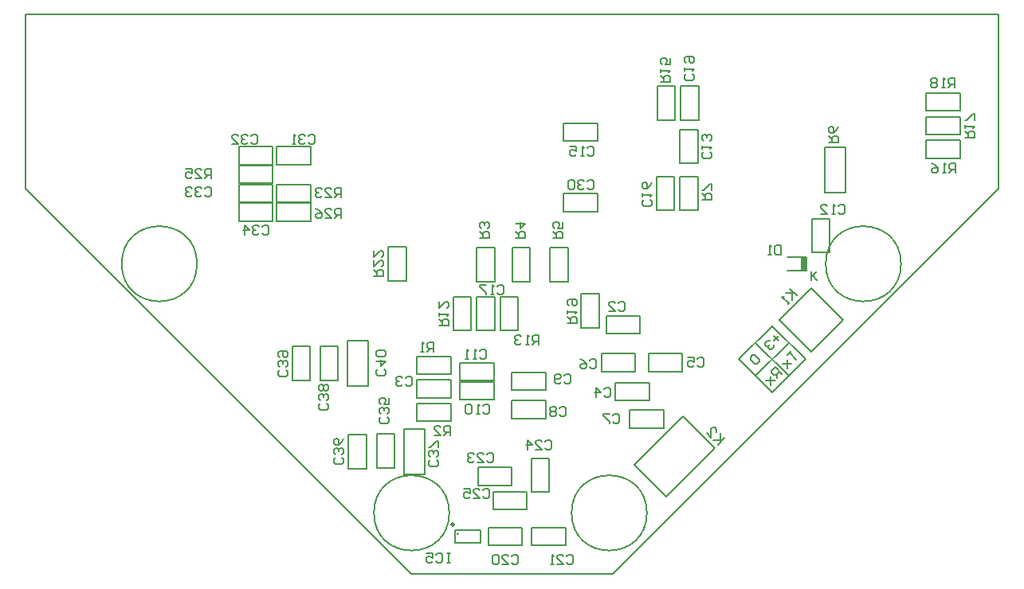
<source format=gbo>
%FSLAX44Y44*%
%MOMM*%
G71*
G01*
G75*
G04 Layer_Color=32896*
%ADD10R,1.3000X1.5000*%
%ADD11O,0.6000X1.5000*%
%ADD12R,2.8000X2.1000*%
%ADD13R,2.0000X0.6100*%
G04:AMPARAMS|DCode=14|XSize=1.145mm|YSize=0.55mm|CornerRadius=0.1375mm|HoleSize=0mm|Usage=FLASHONLY|Rotation=270.000|XOffset=0mm|YOffset=0mm|HoleType=Round|Shape=RoundedRectangle|*
%AMROUNDEDRECTD14*
21,1,1.1450,0.2750,0,0,270.0*
21,1,0.8700,0.5500,0,0,270.0*
1,1,0.2750,-0.1375,-0.4350*
1,1,0.2750,-0.1375,0.4350*
1,1,0.2750,0.1375,0.4350*
1,1,0.2750,0.1375,-0.4350*
%
%ADD14ROUNDEDRECTD14*%
G04:AMPARAMS|DCode=15|XSize=1.145mm|YSize=0.55mm|CornerRadius=0.1375mm|HoleSize=0mm|Usage=FLASHONLY|Rotation=0.000|XOffset=0mm|YOffset=0mm|HoleType=Round|Shape=RoundedRectangle|*
%AMROUNDEDRECTD15*
21,1,1.1450,0.2750,0,0,0.0*
21,1,0.8700,0.5500,0,0,0.0*
1,1,0.2750,0.4350,-0.1375*
1,1,0.2750,-0.4350,-0.1375*
1,1,0.2750,-0.4350,0.1375*
1,1,0.2750,0.4350,0.1375*
%
%ADD15ROUNDEDRECTD15*%
G04:AMPARAMS|DCode=16|XSize=0.3mm|YSize=0.75mm|CornerRadius=0.075mm|HoleSize=0mm|Usage=FLASHONLY|Rotation=90.000|XOffset=0mm|YOffset=0mm|HoleType=Round|Shape=RoundedRectangle|*
%AMROUNDEDRECTD16*
21,1,0.3000,0.6000,0,0,90.0*
21,1,0.1500,0.7500,0,0,90.0*
1,1,0.1500,0.3000,0.0750*
1,1,0.1500,0.3000,-0.0750*
1,1,0.1500,-0.3000,-0.0750*
1,1,0.1500,-0.3000,0.0750*
%
%ADD16ROUNDEDRECTD16*%
G04:AMPARAMS|DCode=17|XSize=0.3mm|YSize=0.75mm|CornerRadius=0.075mm|HoleSize=0mm|Usage=FLASHONLY|Rotation=0.000|XOffset=0mm|YOffset=0mm|HoleType=Round|Shape=RoundedRectangle|*
%AMROUNDEDRECTD17*
21,1,0.3000,0.6000,0,0,0.0*
21,1,0.1500,0.7500,0,0,0.0*
1,1,0.1500,0.0750,-0.3000*
1,1,0.1500,-0.0750,-0.3000*
1,1,0.1500,-0.0750,0.3000*
1,1,0.1500,0.0750,0.3000*
%
%ADD17ROUNDEDRECTD17*%
%ADD18R,0.6000X1.0500*%
%ADD19R,1.4000X0.2800*%
%ADD20O,0.4000X2.1500*%
%ADD21O,0.4000X2.1500*%
%ADD22R,3.2000X1.8000*%
%ADD23R,1.8000X1.6000*%
%ADD24R,1.5000X1.3000*%
%ADD25R,7.0000X4.0000*%
%ADD26R,2.8000X3.8000*%
%ADD27R,1.2000X0.7000*%
%ADD28R,2.6000X2.4000*%
%ADD29R,2.2000X2.0000*%
%ADD30R,1.6000X1.8000*%
%ADD31R,4.2400X3.8100*%
%ADD32R,4.2400X3.0000*%
%ADD33O,2.0000X0.4600*%
%ADD34R,6.4000X10.0000*%
%ADD35R,3.4000X3.1000*%
%ADD36R,1.5000X1.5000*%
%ADD37C,0.4000*%
%ADD38C,0.2000*%
%ADD39C,0.5080*%
%ADD40C,0.3000*%
%ADD41C,0.5000*%
%ADD42C,0.3810*%
%ADD43C,1.0000*%
%ADD44C,0.2794*%
%ADD45C,0.3556*%
%ADD46C,2.0000*%
%ADD47C,0.4572*%
%ADD48C,1.5000*%
%ADD49C,0.1778*%
%ADD50P,2.2627X4X270.0*%
%ADD51C,1.6000*%
%ADD52C,1.0000*%
G04:AMPARAMS|DCode=53|XSize=2.5mm|YSize=2mm|CornerRadius=0mm|HoleSize=0mm|Usage=FLASHONLY|Rotation=0.000|XOffset=0mm|YOffset=0mm|HoleType=Round|Shape=Octagon|*
%AMOCTAGOND53*
4,1,8,1.2500,-0.5000,1.2500,0.5000,0.7500,1.0000,-0.7500,1.0000,-1.2500,0.5000,-1.2500,-0.5000,-0.7500,-1.0000,0.7500,-1.0000,1.2500,-0.5000,0.0*
%
%ADD53OCTAGOND53*%

G04:AMPARAMS|DCode=54|XSize=2.5mm|YSize=2mm|CornerRadius=0mm|HoleSize=0mm|Usage=FLASHONLY|Rotation=270.000|XOffset=0mm|YOffset=0mm|HoleType=Round|Shape=Octagon|*
%AMOCTAGOND54*
4,1,8,-0.5000,-1.2500,0.5000,-1.2500,1.0000,-0.7500,1.0000,0.7500,0.5000,1.2500,-0.5000,1.2500,-1.0000,0.7500,-1.0000,-0.7500,-0.5000,-1.2500,0.0*
%
%ADD54OCTAGOND54*%

%ADD55C,2.0000*%
%ADD56R,2.0000X2.0000*%
%ADD57C,0.6000*%
%ADD58C,0.7500*%
%ADD59R,0.5500X1.0000*%
%ADD60C,0.2500*%
%ADD61C,0.0208*%
%ADD62C,0.1000*%
%ADD63C,0.1524*%
%ADD64C,0.1200*%
%ADD65C,0.2200*%
%ADD66C,0.2800*%
%ADD67R,0.5500X1.4000*%
%ADD68R,1.4500X1.6500*%
%ADD69O,0.7500X1.6500*%
%ADD70R,2.9500X2.2500*%
%ADD71R,2.1500X0.7600*%
G04:AMPARAMS|DCode=72|XSize=1.295mm|YSize=0.7mm|CornerRadius=0.2125mm|HoleSize=0mm|Usage=FLASHONLY|Rotation=270.000|XOffset=0mm|YOffset=0mm|HoleType=Round|Shape=RoundedRectangle|*
%AMROUNDEDRECTD72*
21,1,1.2950,0.2750,0,0,270.0*
21,1,0.8700,0.7000,0,0,270.0*
1,1,0.4250,-0.1375,-0.4350*
1,1,0.4250,-0.1375,0.4350*
1,1,0.4250,0.1375,0.4350*
1,1,0.4250,0.1375,-0.4350*
%
%ADD72ROUNDEDRECTD72*%
G04:AMPARAMS|DCode=73|XSize=1.295mm|YSize=0.7mm|CornerRadius=0.2125mm|HoleSize=0mm|Usage=FLASHONLY|Rotation=0.000|XOffset=0mm|YOffset=0mm|HoleType=Round|Shape=RoundedRectangle|*
%AMROUNDEDRECTD73*
21,1,1.2950,0.2750,0,0,0.0*
21,1,0.8700,0.7000,0,0,0.0*
1,1,0.4250,0.4350,-0.1375*
1,1,0.4250,-0.4350,-0.1375*
1,1,0.4250,-0.4350,0.1375*
1,1,0.4250,0.4350,0.1375*
%
%ADD73ROUNDEDRECTD73*%
G04:AMPARAMS|DCode=74|XSize=0.45mm|YSize=0.9mm|CornerRadius=0.15mm|HoleSize=0mm|Usage=FLASHONLY|Rotation=90.000|XOffset=0mm|YOffset=0mm|HoleType=Round|Shape=RoundedRectangle|*
%AMROUNDEDRECTD74*
21,1,0.4500,0.6000,0,0,90.0*
21,1,0.1500,0.9000,0,0,90.0*
1,1,0.3000,0.3000,0.0750*
1,1,0.3000,0.3000,-0.0750*
1,1,0.3000,-0.3000,-0.0750*
1,1,0.3000,-0.3000,0.0750*
%
%ADD74ROUNDEDRECTD74*%
G04:AMPARAMS|DCode=75|XSize=0.45mm|YSize=0.9mm|CornerRadius=0.15mm|HoleSize=0mm|Usage=FLASHONLY|Rotation=0.000|XOffset=0mm|YOffset=0mm|HoleType=Round|Shape=RoundedRectangle|*
%AMROUNDEDRECTD75*
21,1,0.4500,0.6000,0,0,0.0*
21,1,0.1500,0.9000,0,0,0.0*
1,1,0.3000,0.0750,-0.3000*
1,1,0.3000,-0.0750,-0.3000*
1,1,0.3000,-0.0750,0.3000*
1,1,0.3000,0.0750,0.3000*
%
%ADD75ROUNDEDRECTD75*%
%ADD76R,0.7500X1.2000*%
%ADD77R,1.5500X0.4300*%
%ADD78O,0.5500X2.3000*%
%ADD79O,0.5500X2.3000*%
%ADD80R,3.3500X1.9500*%
%ADD81R,1.9500X1.7500*%
%ADD82R,1.6500X1.4500*%
%ADD83R,7.1500X4.1500*%
%ADD84R,2.9500X3.9500*%
%ADD85R,1.3500X0.8500*%
%ADD86R,2.7500X2.5500*%
%ADD87R,2.3500X2.1500*%
%ADD88R,1.7500X1.9500*%
%ADD89R,4.3900X3.9600*%
%ADD90R,4.3900X3.1500*%
%ADD91O,2.1500X0.6100*%
%ADD92R,6.5500X10.1500*%
%ADD93R,3.5500X3.2500*%
%ADD94R,1.6500X1.6500*%
%ADD95P,2.4749X4X270.0*%
%ADD96C,1.7500*%
%ADD97C,1.1500*%
G04:AMPARAMS|DCode=98|XSize=2.65mm|YSize=2.15mm|CornerRadius=0mm|HoleSize=0mm|Usage=FLASHONLY|Rotation=0.000|XOffset=0mm|YOffset=0mm|HoleType=Round|Shape=Octagon|*
%AMOCTAGOND98*
4,1,8,1.3250,-0.5375,1.3250,0.5375,0.7875,1.0750,-0.7875,1.0750,-1.3250,0.5375,-1.3250,-0.5375,-0.7875,-1.0750,0.7875,-1.0750,1.3250,-0.5375,0.0*
%
%ADD98OCTAGOND98*%

G04:AMPARAMS|DCode=99|XSize=2.65mm|YSize=2.15mm|CornerRadius=0mm|HoleSize=0mm|Usage=FLASHONLY|Rotation=270.000|XOffset=0mm|YOffset=0mm|HoleType=Round|Shape=Octagon|*
%AMOCTAGOND99*
4,1,8,-0.5375,-1.3250,0.5375,-1.3250,1.0750,-0.7875,1.0750,0.7875,0.5375,1.3250,-0.5375,1.3250,-1.0750,0.7875,-1.0750,-0.7875,-0.5375,-1.3250,0.0*
%
%ADD99OCTAGOND99*%

%ADD100C,2.1500*%
%ADD101R,2.1500X2.1500*%
%ADD102C,0.1500*%
%ADD103R,0.7000X1.1500*%
D38*
X1120370Y440000D02*
G03*
X1120370Y440000I-40000J0D01*
G01*
X372370D02*
G03*
X372370Y440000I-40000J0D01*
G01*
X640370Y175000D02*
G03*
X640370Y175000I-40000J0D01*
G01*
X850370D02*
G03*
X850370Y175000I-40000J0D01*
G01*
X837220Y226161D02*
X888839Y277780D01*
X837220Y226161D02*
X871161Y192220D01*
X922780Y243839D01*
X888839Y277780D02*
X922780Y243839D01*
X991059Y380000D02*
X1025000Y413941D01*
X991059Y380000D02*
X1025000Y346059D01*
X1058941Y380000D01*
X1025000Y413941D02*
X1058941Y380000D01*
X999500Y433000D02*
X1019500D01*
X999500Y447000D02*
X1019500D01*
Y433000D02*
Y447000D01*
X798000Y495500D02*
Y514500D01*
X762000Y495500D02*
Y514500D01*
X798000D01*
X762000Y495500D02*
X798000D01*
Y570500D02*
Y589500D01*
X762000Y570500D02*
Y589500D01*
X798000D01*
X762000Y570500D02*
X798000D01*
X642000Y272500D02*
Y291500D01*
X606000Y272500D02*
Y291500D01*
X642000D01*
X606000Y272500D02*
X642000D01*
Y322500D02*
Y341500D01*
X606000Y322500D02*
Y341500D01*
X642000D01*
X606000Y322500D02*
X642000D01*
X694500Y405000D02*
X713500D01*
X694500Y369000D02*
X713500D01*
X694500D02*
Y405000D01*
X713500Y369000D02*
Y405000D01*
X780500Y372000D02*
X799500D01*
X780500Y408000D02*
X799500D01*
Y372000D02*
Y408000D01*
X780500Y372000D02*
Y408000D01*
X885500Y497000D02*
X904500D01*
X885500Y533000D02*
X904500D01*
Y497000D02*
Y533000D01*
X885500Y497000D02*
Y533000D01*
X644500Y405000D02*
X663500D01*
X644500Y369000D02*
X663500D01*
X644500D02*
Y405000D01*
X663500Y369000D02*
Y405000D01*
X802000Y344500D02*
X838000D01*
X802000Y325500D02*
X838000D01*
Y344500D01*
X802000Y325500D02*
Y344500D01*
X852000D02*
X888000D01*
X852000Y325500D02*
X888000D01*
Y344500D01*
X852000Y325500D02*
Y344500D01*
X843000Y365500D02*
Y384500D01*
X807000Y365500D02*
Y384500D01*
X843000D01*
X807000Y365500D02*
X843000D01*
X817000Y294500D02*
X853000D01*
X817000Y313500D02*
X853000D01*
X817000Y294500D02*
Y313500D01*
X853000Y294500D02*
Y313500D01*
X832000Y265500D02*
X868000D01*
X832000Y284500D02*
X868000D01*
X832000Y265500D02*
Y284500D01*
X868000Y265500D02*
Y284500D01*
X652000Y315500D02*
X688000D01*
X652000Y334500D02*
X688000D01*
X652000Y315500D02*
Y334500D01*
X688000Y315500D02*
Y334500D01*
Y295500D02*
Y314500D01*
X652000Y295500D02*
Y314500D01*
X688000D01*
X652000Y295500D02*
X688000D01*
X707000Y305500D02*
Y324500D01*
X743000Y305500D02*
Y324500D01*
X707000Y305500D02*
X743000D01*
X707000Y324500D02*
X743000D01*
X707000Y275500D02*
Y294500D01*
X743000Y275500D02*
Y294500D01*
X707000Y275500D02*
X743000D01*
X707000Y294500D02*
X743000D01*
X606000Y297500D02*
X642000D01*
X606000Y316500D02*
X642000D01*
X606000Y297500D02*
Y316500D01*
X642000Y297500D02*
Y316500D01*
X669500Y369000D02*
X688500D01*
X669500Y405000D02*
X688500D01*
Y369000D02*
Y405000D01*
X669500Y369000D02*
Y405000D01*
X860500Y497000D02*
Y533000D01*
X879500Y497000D02*
Y533000D01*
X860500D02*
X879500D01*
X860500Y497000D02*
X879500D01*
X646500Y143500D02*
Y156500D01*
X673500D01*
Y143500D02*
Y156500D01*
X673500Y143500D02*
X673500Y143500D01*
X646500Y143500D02*
X673500D01*
X575500Y422000D02*
X594500D01*
X575500Y458000D02*
X594500D01*
Y422000D02*
Y458000D01*
X575500Y422000D02*
Y458000D01*
X493000Y505500D02*
Y524500D01*
X457000Y505500D02*
Y524500D01*
X493000D01*
X457000Y505500D02*
X493000D01*
X457000Y485500D02*
Y504500D01*
X493000Y485500D02*
Y504500D01*
X457000Y485500D02*
X493000D01*
X457000Y504500D02*
X493000D01*
X417000Y525500D02*
Y544500D01*
X453000Y525500D02*
Y544500D01*
X417000Y525500D02*
X453000D01*
X417000Y544500D02*
X453000D01*
X747500Y457000D02*
X766500D01*
X747500Y421000D02*
X766500D01*
X747500D02*
Y457000D01*
X766500Y421000D02*
Y457000D01*
X707500D02*
X726500D01*
X707500Y421000D02*
X726500D01*
X707500D02*
Y457000D01*
X726500Y421000D02*
Y457000D01*
X669500D02*
X688500D01*
X669500Y421000D02*
X688500D01*
X669500D02*
Y457000D01*
X688500Y421000D02*
Y457000D01*
X1183000Y602500D02*
Y621500D01*
X1147000Y602500D02*
Y621500D01*
X1183000D01*
X1147000Y602500D02*
X1183000D01*
Y577500D02*
Y596500D01*
X1147000Y577500D02*
Y596500D01*
X1183000D01*
X1147000Y577500D02*
X1183000D01*
Y552500D02*
Y571500D01*
X1147000Y552500D02*
Y571500D01*
X1183000D01*
X1147000Y552500D02*
X1183000D01*
X1061000Y516000D02*
Y564000D01*
X1039000Y516000D02*
Y564000D01*
X1061000D01*
X1039000Y516000D02*
X1061000D01*
X861500Y593000D02*
X880500D01*
X861500Y629000D02*
X880500D01*
Y593000D02*
Y629000D01*
X861500Y593000D02*
Y629000D01*
X686850Y197460D02*
X722850D01*
X686850Y178460D02*
X722850D01*
Y197460D01*
X686850Y178460D02*
Y197460D01*
X728000Y159500D02*
X764000D01*
X728000Y140500D02*
X764000D01*
Y159500D01*
X728000Y140500D02*
Y159500D01*
X727500Y197000D02*
Y233000D01*
X746500Y197000D02*
Y233000D01*
X727500D02*
X746500D01*
X727500Y197000D02*
X746500D01*
X682000Y140500D02*
X718000D01*
X682000Y159500D02*
X718000D01*
X682000Y140500D02*
Y159500D01*
X718000Y140500D02*
Y159500D01*
X671000Y223500D02*
X707000D01*
X671000Y204500D02*
X707000D01*
Y223500D01*
X671000Y204500D02*
Y223500D01*
X532000Y358000D02*
X554000D01*
X532000Y310000D02*
X554000D01*
Y358000D01*
X532000Y310000D02*
Y358000D01*
X492500Y316000D02*
Y352000D01*
X473500Y316000D02*
Y352000D01*
Y316000D02*
X492500D01*
X473500Y352000D02*
X492500D01*
X503500Y316000D02*
Y352000D01*
X522500Y316000D02*
Y352000D01*
X503500D02*
X522500D01*
X503500Y316000D02*
X522500D01*
X592000Y264000D02*
X614000D01*
X592000Y216000D02*
X614000D01*
Y264000D01*
X592000Y216000D02*
Y264000D01*
X552500Y222000D02*
Y258000D01*
X533500Y222000D02*
Y258000D01*
Y222000D02*
X552500D01*
X533500Y258000D02*
X552500D01*
X417000Y505500D02*
X453000D01*
X417000Y524500D02*
X453000D01*
X417000Y505500D02*
Y524500D01*
X453000Y505500D02*
Y524500D01*
X563500Y223000D02*
Y259000D01*
X582500Y223000D02*
Y259000D01*
X563500D02*
X582500D01*
X563500Y223000D02*
X582500D01*
X417000Y545500D02*
X453000D01*
X417000Y564500D02*
X453000D01*
X417000Y545500D02*
Y564500D01*
X453000Y545500D02*
Y564500D01*
X457000D02*
X493000D01*
X457000Y545500D02*
X493000D01*
Y564500D01*
X457000Y545500D02*
Y564500D01*
X885500Y583000D02*
X904500D01*
X885500Y547000D02*
X904500D01*
X885500D02*
Y583000D01*
X904500Y547000D02*
Y583000D01*
X1044500Y452000D02*
Y488000D01*
X1025500Y452000D02*
Y488000D01*
Y452000D02*
X1044500D01*
X1025500Y488000D02*
X1044500D01*
X886500Y629000D02*
X905500D01*
X886500Y593000D02*
X905500D01*
X886500D02*
Y629000D01*
X905500Y593000D02*
Y629000D01*
X417000Y485500D02*
Y504500D01*
X453000Y485500D02*
Y504500D01*
X417000Y485500D02*
X453000D01*
X417000Y504500D02*
X453000D01*
X966050Y320737D02*
X1001406Y356092D01*
X983728Y373770D02*
X1019083Y338414D01*
X966050Y356092D02*
X1001406Y320737D01*
X948373Y338414D02*
X983728Y373770D01*
Y303059D02*
X1019083Y338414D01*
X948373D02*
X983728Y303059D01*
X990093Y363162D02*
X985380Y358449D01*
Y363162D02*
X990093Y358449D01*
X980668D02*
X978312D01*
X975955Y356093D01*
X975956Y353737D01*
X977134Y352559D01*
X979490D01*
X980668Y353737D01*
X979490Y352559D01*
X979490Y350202D01*
X980668Y349024D01*
X983024D01*
X985380Y351381D01*
Y353737D01*
X993627Y322858D02*
X986559Y329927D01*
X983024Y326392D01*
Y324036D01*
X985380Y321680D01*
X987737D01*
X991271Y325214D01*
X988915Y322858D02*
Y318145D01*
X981846Y320502D02*
Y311077D01*
Y315789D01*
X977134D01*
X986559D01*
X1004236Y347604D02*
X999524Y342892D01*
X1001880Y345248D01*
X1008949Y338179D01*
X999524Y338179D02*
Y328754D01*
Y333467D01*
X994811D01*
X1004236D01*
X965109Y342891D02*
X962753D01*
X960397Y340534D01*
Y338178D01*
X965109Y333466D01*
X967466D01*
X969822Y335822D01*
Y338178D01*
X965109Y342891D01*
X600000Y110000D02*
X707000D01*
X814000D02*
X1224000Y520000D01*
X190000D02*
X600000Y110000D01*
X1224000Y520000D02*
Y705000D01*
X190000Y520000D02*
Y705000D01*
X1224000D01*
X707000Y110000D02*
X814000D01*
D39*
X643890Y162560D02*
G03*
X643890Y162560I0J0D01*
G01*
D49*
X933012Y254832D02*
X925830Y247650D01*
X928224Y250044D01*
X928224Y259620D01*
X928224Y252438D01*
X921042D01*
X913860Y259620D02*
X918648Y254832D01*
Y264408D01*
X919845Y265605D01*
X922239D01*
X924633Y263211D01*
Y260817D01*
X1002468Y413582D02*
X1009650Y406400D01*
X1007256Y408794D01*
X997680Y408794D01*
X1004862Y408794D01*
Y401612D01*
X1002468Y399218D02*
X1000074Y396824D01*
X1001271Y398021D01*
X994089Y405203D01*
X996483D01*
X993140Y459737D02*
Y449580D01*
X988062D01*
X986369Y451273D01*
Y458044D01*
X988062Y459737D01*
X993140D01*
X982983Y449580D02*
X979598D01*
X981291D01*
Y459737D01*
X982983Y458044D01*
X786979Y527894D02*
X788672Y529587D01*
X792057D01*
X793750Y527894D01*
Y521123D01*
X792057Y519430D01*
X788672D01*
X786979Y521123D01*
X783593Y527894D02*
X781900Y529587D01*
X778515D01*
X776822Y527894D01*
Y526201D01*
X778515Y524508D01*
X780208D01*
X778515D01*
X776822Y522816D01*
Y521123D01*
X778515Y519430D01*
X781900D01*
X783593Y521123D01*
X773437Y527894D02*
X771744Y529587D01*
X768358D01*
X766665Y527894D01*
Y521123D01*
X768358Y519430D01*
X771744D01*
X773437Y521123D01*
Y527894D01*
X786979Y563454D02*
X788672Y565147D01*
X792057D01*
X793750Y563454D01*
Y556683D01*
X792057Y554990D01*
X788672D01*
X786979Y556683D01*
X783593Y554990D02*
X780208D01*
X781900D01*
Y565147D01*
X783593Y563454D01*
X768358Y565147D02*
X775129D01*
Y560068D01*
X771744Y561761D01*
X770051D01*
X768358Y560068D01*
Y556683D01*
X770051Y554990D01*
X773437D01*
X775129Y556683D01*
X641350Y257810D02*
Y267967D01*
X636272D01*
X634579Y266274D01*
Y262888D01*
X636272Y261196D01*
X641350D01*
X637964D02*
X634579Y257810D01*
X624422D02*
X631193D01*
X624422Y264581D01*
Y266274D01*
X626115Y267967D01*
X629501D01*
X631193Y266274D01*
X623570Y346710D02*
Y356867D01*
X618492D01*
X616799Y355174D01*
Y351788D01*
X618492Y350096D01*
X623570D01*
X620184D02*
X616799Y346710D01*
X613413D02*
X610028D01*
X611721D01*
Y356867D01*
X613413Y355174D01*
X735330Y354330D02*
Y364487D01*
X730252D01*
X728559Y362794D01*
Y359408D01*
X730252Y357716D01*
X735330D01*
X731944D02*
X728559Y354330D01*
X725173D02*
X721788D01*
X723481D01*
Y364487D01*
X725173Y362794D01*
X716709D02*
X715017Y364487D01*
X711631D01*
X709938Y362794D01*
Y361101D01*
X711631Y359408D01*
X713324D01*
X711631D01*
X709938Y357716D01*
Y356023D01*
X711631Y354330D01*
X715017D01*
X716709Y356023D01*
X765810Y377190D02*
X775967D01*
Y382268D01*
X774274Y383961D01*
X770888D01*
X769196Y382268D01*
Y377190D01*
Y380576D02*
X765810Y383961D01*
Y387347D02*
Y390732D01*
Y389039D01*
X775967D01*
X774274Y387347D01*
X767503Y395811D02*
X765810Y397503D01*
Y400889D01*
X767503Y402582D01*
X774274D01*
X775967Y400889D01*
Y397503D01*
X774274Y395811D01*
X772581D01*
X770888Y397503D01*
Y402582D01*
X909320Y508000D02*
X919477D01*
Y513078D01*
X917784Y514771D01*
X914398D01*
X912706Y513078D01*
Y508000D01*
Y511386D02*
X909320Y514771D01*
X919477Y518157D02*
Y524928D01*
X917784D01*
X911013Y518157D01*
X909320D01*
X629920Y374650D02*
X640077D01*
Y379728D01*
X638384Y381421D01*
X634998D01*
X633306Y379728D01*
Y374650D01*
Y378036D02*
X629920Y381421D01*
Y384807D02*
Y388192D01*
Y386499D01*
X640077D01*
X638384Y384807D01*
X629920Y400042D02*
Y393271D01*
X636691Y400042D01*
X638384D01*
X640077Y398349D01*
Y394963D01*
X638384Y393271D01*
X789519Y337394D02*
X791212Y339087D01*
X794597D01*
X796290Y337394D01*
Y330623D01*
X794597Y328930D01*
X791212D01*
X789519Y330623D01*
X779362Y339087D02*
X782748Y337394D01*
X786133Y334008D01*
Y330623D01*
X784441Y328930D01*
X781055D01*
X779362Y330623D01*
Y332316D01*
X781055Y334008D01*
X786133D01*
X903819Y338664D02*
X905512Y340357D01*
X908897D01*
X910590Y338664D01*
Y331893D01*
X908897Y330200D01*
X905512D01*
X903819Y331893D01*
X893662Y340357D02*
X900433D01*
Y335278D01*
X897048Y336971D01*
X895355D01*
X893662Y335278D01*
Y331893D01*
X895355Y330200D01*
X898740D01*
X900433Y331893D01*
X819999Y398354D02*
X821692Y400047D01*
X825077D01*
X826770Y398354D01*
Y391583D01*
X825077Y389890D01*
X821692D01*
X819999Y391583D01*
X809842Y389890D02*
X816613D01*
X809842Y396661D01*
Y398354D01*
X811535Y400047D01*
X814921D01*
X816613Y398354D01*
X804759Y306914D02*
X806452Y308607D01*
X809837D01*
X811530Y306914D01*
Y300143D01*
X809837Y298450D01*
X806452D01*
X804759Y300143D01*
X796295Y298450D02*
Y308607D01*
X801373Y303528D01*
X794602D01*
X814229Y278464D02*
X815922Y280157D01*
X819307D01*
X821000Y278464D01*
Y271693D01*
X819307Y270000D01*
X815922D01*
X814229Y271693D01*
X810843Y280157D02*
X804072D01*
Y278464D01*
X810843Y271693D01*
Y270000D01*
X672679Y347554D02*
X674372Y349247D01*
X677757D01*
X679450Y347554D01*
Y340783D01*
X677757Y339090D01*
X674372D01*
X672679Y340783D01*
X669293Y339090D02*
X665908D01*
X667600D01*
Y349247D01*
X669293Y347554D01*
X660829Y339090D02*
X657444D01*
X659137D01*
Y349247D01*
X660829Y347554D01*
X676489Y289134D02*
X678182Y290827D01*
X681567D01*
X683260Y289134D01*
Y282363D01*
X681567Y280670D01*
X678182D01*
X676489Y282363D01*
X673103Y280670D02*
X669718D01*
X671411D01*
Y290827D01*
X673103Y289134D01*
X664639D02*
X662947Y290827D01*
X659561D01*
X657868Y289134D01*
Y282363D01*
X659561Y280670D01*
X662947D01*
X664639Y282363D01*
Y289134D01*
X762849Y320884D02*
X764542Y322577D01*
X767927D01*
X769620Y320884D01*
Y314113D01*
X767927Y312420D01*
X764542D01*
X762849Y314113D01*
X759463D02*
X757770Y312420D01*
X754385D01*
X752692Y314113D01*
Y320884D01*
X754385Y322577D01*
X757770D01*
X759463Y320884D01*
Y319191D01*
X757770Y317498D01*
X752692D01*
X757769Y286594D02*
X759462Y288287D01*
X762847D01*
X764540Y286594D01*
Y279823D01*
X762847Y278130D01*
X759462D01*
X757769Y279823D01*
X754383Y286594D02*
X752691Y288287D01*
X749305D01*
X747612Y286594D01*
Y284901D01*
X749305Y283208D01*
X747612Y281516D01*
Y279823D01*
X749305Y278130D01*
X752691D01*
X754383Y279823D01*
Y281516D01*
X752691Y283208D01*
X754383Y284901D01*
Y286594D01*
X752691Y283208D02*
X749305D01*
X593939Y318344D02*
X595632Y320037D01*
X599017D01*
X600710Y318344D01*
Y311573D01*
X599017Y309880D01*
X595632D01*
X593939Y311573D01*
X590553Y318344D02*
X588861Y320037D01*
X585475D01*
X583782Y318344D01*
Y316651D01*
X585475Y314958D01*
X587168D01*
X585475D01*
X583782Y313266D01*
Y311573D01*
X585475Y309880D01*
X588861D01*
X590553Y311573D01*
X691729Y416134D02*
X693422Y417827D01*
X696807D01*
X698500Y416134D01*
Y409363D01*
X696807Y407670D01*
X693422D01*
X691729Y409363D01*
X688343Y407670D02*
X684958D01*
X686650D01*
Y417827D01*
X688343Y416134D01*
X679879Y417827D02*
X673108D01*
Y416134D01*
X679879Y409363D01*
Y407670D01*
X854284Y508421D02*
X855977Y506728D01*
Y503343D01*
X854284Y501650D01*
X847513D01*
X845820Y503343D01*
Y506728D01*
X847513Y508421D01*
X845820Y511807D02*
Y515192D01*
Y513499D01*
X855977D01*
X854284Y511807D01*
X855977Y527042D02*
X854284Y523656D01*
X850898Y520271D01*
X847513D01*
X845820Y521963D01*
Y525349D01*
X847513Y527042D01*
X849206D01*
X850898Y525349D01*
Y520271D01*
X641350Y132077D02*
X637964D01*
X639657D01*
Y121920D01*
X641350D01*
X637964D01*
X626115Y130384D02*
X627808Y132077D01*
X631193D01*
X632886Y130384D01*
Y123613D01*
X631193Y121920D01*
X627808D01*
X626115Y123613D01*
X615958Y132077D02*
X622729D01*
Y126998D01*
X619344Y128691D01*
X617651D01*
X615958Y126998D01*
Y123613D01*
X617651Y121920D01*
X621037D01*
X622729Y123613D01*
X560070Y426720D02*
X570227D01*
Y431798D01*
X568534Y433491D01*
X565148D01*
X563456Y431798D01*
Y426720D01*
Y430106D02*
X560070Y433491D01*
Y443648D02*
Y436877D01*
X566841Y443648D01*
X568534D01*
X570227Y441955D01*
Y438569D01*
X568534Y436877D01*
X560070Y453805D02*
Y447033D01*
X566841Y453805D01*
X568534D01*
X570227Y452112D01*
Y448726D01*
X568534Y447033D01*
X525780Y510540D02*
Y520697D01*
X520702D01*
X519009Y519004D01*
Y515618D01*
X520702Y513926D01*
X525780D01*
X522394D02*
X519009Y510540D01*
X508852D02*
X515623D01*
X508852Y517311D01*
Y519004D01*
X510545Y520697D01*
X513931D01*
X515623Y519004D01*
X505467D02*
X503774Y520697D01*
X500388D01*
X498695Y519004D01*
Y517311D01*
X500388Y515618D01*
X502081D01*
X500388D01*
X498695Y513926D01*
Y512233D01*
X500388Y510540D01*
X503774D01*
X505467Y512233D01*
X525780Y488950D02*
Y499107D01*
X520702D01*
X519009Y497414D01*
Y494028D01*
X520702Y492336D01*
X525780D01*
X522394D02*
X519009Y488950D01*
X508852D02*
X515623D01*
X508852Y495721D01*
Y497414D01*
X510545Y499107D01*
X513931D01*
X515623Y497414D01*
X498695Y499107D02*
X502081Y497414D01*
X505467Y494028D01*
Y490643D01*
X503774Y488950D01*
X500388D01*
X498695Y490643D01*
Y492336D01*
X500388Y494028D01*
X505467D01*
X387350Y530860D02*
Y541017D01*
X382272D01*
X380579Y539324D01*
Y535938D01*
X382272Y534246D01*
X387350D01*
X383964D02*
X380579Y530860D01*
X370422D02*
X377193D01*
X370422Y537631D01*
Y539324D01*
X372115Y541017D01*
X375500D01*
X377193Y539324D01*
X360265Y541017D02*
X367037D01*
Y535938D01*
X363651Y537631D01*
X361958D01*
X360265Y535938D01*
Y532553D01*
X361958Y530860D01*
X365344D01*
X367037Y532553D01*
X750570Y467360D02*
X760727D01*
Y472438D01*
X759034Y474131D01*
X755648D01*
X753956Y472438D01*
Y467360D01*
Y470746D02*
X750570Y474131D01*
X760727Y484288D02*
Y477517D01*
X755648D01*
X757341Y480902D01*
Y482595D01*
X755648Y484288D01*
X752263D01*
X750570Y482595D01*
Y479210D01*
X752263Y477517D01*
X711200Y467360D02*
X721357D01*
Y472438D01*
X719664Y474131D01*
X716278D01*
X714586Y472438D01*
Y467360D01*
Y470746D02*
X711200Y474131D01*
Y482595D02*
X721357D01*
X716278Y477517D01*
Y484288D01*
X673100Y467360D02*
X683257D01*
Y472438D01*
X681564Y474131D01*
X678178D01*
X676486Y472438D01*
Y467360D01*
Y470746D02*
X673100Y474131D01*
X681564Y477517D02*
X683257Y479210D01*
Y482595D01*
X681564Y484288D01*
X679871D01*
X678178Y482595D01*
Y480902D01*
Y482595D01*
X676486Y484288D01*
X674793D01*
X673100Y482595D01*
Y479210D01*
X674793Y477517D01*
X1177290Y627380D02*
Y637537D01*
X1172212D01*
X1170519Y635844D01*
Y632458D01*
X1172212Y630766D01*
X1177290D01*
X1173904D02*
X1170519Y627380D01*
X1167133D02*
X1163748D01*
X1165441D01*
Y637537D01*
X1167133Y635844D01*
X1158669D02*
X1156977Y637537D01*
X1153591D01*
X1151898Y635844D01*
Y634151D01*
X1153591Y632458D01*
X1151898Y630766D01*
Y629073D01*
X1153591Y627380D01*
X1156977D01*
X1158669Y629073D01*
Y630766D01*
X1156977Y632458D01*
X1158669Y634151D01*
Y635844D01*
X1156977Y632458D02*
X1153591D01*
X1188720Y574040D02*
X1198877D01*
Y579118D01*
X1197184Y580811D01*
X1193798D01*
X1192106Y579118D01*
Y574040D01*
Y577426D02*
X1188720Y580811D01*
Y584197D02*
Y587582D01*
Y585890D01*
X1198877D01*
X1197184Y584197D01*
X1198877Y592661D02*
Y599432D01*
X1197184D01*
X1190413Y592661D01*
X1188720D01*
X1178560Y537210D02*
Y547367D01*
X1173482D01*
X1171789Y545674D01*
Y542288D01*
X1173482Y540596D01*
X1178560D01*
X1175174D02*
X1171789Y537210D01*
X1168403D02*
X1165018D01*
X1166711D01*
Y547367D01*
X1168403Y545674D01*
X1153168Y547367D02*
X1156554Y545674D01*
X1159939Y542288D01*
Y538903D01*
X1158247Y537210D01*
X1154861D01*
X1153168Y538903D01*
Y540596D01*
X1154861Y542288D01*
X1159939D01*
X1043940Y568960D02*
X1054097D01*
Y574038D01*
X1052404Y575731D01*
X1049018D01*
X1047326Y574038D01*
Y568960D01*
Y572346D02*
X1043940Y575731D01*
X1054097Y585888D02*
X1052404Y582502D01*
X1049018Y579117D01*
X1045633D01*
X1043940Y580810D01*
Y584195D01*
X1045633Y585888D01*
X1047326D01*
X1049018Y584195D01*
Y579117D01*
X864870Y633730D02*
X875027D01*
Y638808D01*
X873334Y640501D01*
X869948D01*
X868256Y638808D01*
Y633730D01*
Y637116D02*
X864870Y640501D01*
Y643887D02*
Y647272D01*
Y645580D01*
X875027D01*
X873334Y643887D01*
X875027Y659122D02*
Y652351D01*
X869948D01*
X871641Y655736D01*
Y657429D01*
X869948Y659122D01*
X866563D01*
X864870Y657429D01*
Y654043D01*
X866563Y652351D01*
X676489Y198964D02*
X678182Y200657D01*
X681567D01*
X683260Y198964D01*
Y192193D01*
X681567Y190500D01*
X678182D01*
X676489Y192193D01*
X666332Y190500D02*
X673103D01*
X666332Y197271D01*
Y198964D01*
X668025Y200657D01*
X671411D01*
X673103Y198964D01*
X656175Y200657D02*
X662947D01*
Y195578D01*
X659561Y197271D01*
X657868D01*
X656175Y195578D01*
Y192193D01*
X657868Y190500D01*
X661254D01*
X662947Y192193D01*
X765389Y129114D02*
X767082Y130807D01*
X770467D01*
X772160Y129114D01*
Y122343D01*
X770467Y120650D01*
X767082D01*
X765389Y122343D01*
X755232Y120650D02*
X762003D01*
X755232Y127421D01*
Y129114D01*
X756925Y130807D01*
X760311D01*
X762003Y129114D01*
X751847Y120650D02*
X748461D01*
X750154D01*
Y130807D01*
X751847Y129114D01*
X742529Y251034D02*
X744222Y252727D01*
X747607D01*
X749300Y251034D01*
Y244263D01*
X747607Y242570D01*
X744222D01*
X742529Y244263D01*
X732372Y242570D02*
X739143D01*
X732372Y249341D01*
Y251034D01*
X734065Y252727D01*
X737450D01*
X739143Y251034D01*
X723908Y242570D02*
Y252727D01*
X728987Y247648D01*
X722215D01*
X706969Y129114D02*
X708662Y130807D01*
X712047D01*
X713740Y129114D01*
Y122343D01*
X712047Y120650D01*
X708662D01*
X706969Y122343D01*
X696812Y120650D02*
X703583D01*
X696812Y127421D01*
Y129114D01*
X698505Y130807D01*
X701890D01*
X703583Y129114D01*
X693427D02*
X691734Y130807D01*
X688348D01*
X686655Y129114D01*
Y122343D01*
X688348Y120650D01*
X691734D01*
X693427Y122343D01*
Y129114D01*
X680299Y237064D02*
X681992Y238757D01*
X685377D01*
X687070Y237064D01*
Y230293D01*
X685377Y228600D01*
X681992D01*
X680299Y230293D01*
X670142Y228600D02*
X676913D01*
X670142Y235371D01*
Y237064D01*
X671835Y238757D01*
X675220D01*
X676913Y237064D01*
X666757D02*
X665064Y238757D01*
X661678D01*
X659985Y237064D01*
Y235371D01*
X661678Y233678D01*
X663371D01*
X661678D01*
X659985Y231986D01*
Y230293D01*
X661678Y228600D01*
X665064D01*
X666757Y230293D01*
X571074Y328081D02*
X572767Y326388D01*
Y323003D01*
X571074Y321310D01*
X564303D01*
X562610Y323003D01*
Y326388D01*
X564303Y328081D01*
X562610Y336545D02*
X572767D01*
X567688Y331467D01*
Y338238D01*
X571074Y341623D02*
X572767Y343316D01*
Y346702D01*
X571074Y348395D01*
X564303D01*
X562610Y346702D01*
Y343316D01*
X564303Y341623D01*
X571074D01*
X467244Y327041D02*
X468937Y325348D01*
Y321963D01*
X467244Y320270D01*
X460473D01*
X458780Y321963D01*
Y325348D01*
X460473Y327041D01*
X467244Y330427D02*
X468937Y332119D01*
Y335505D01*
X467244Y337198D01*
X465551D01*
X463858Y335505D01*
Y333812D01*
Y335505D01*
X462166Y337198D01*
X460473D01*
X458780Y335505D01*
Y332119D01*
X460473Y330427D01*
Y340583D02*
X458780Y342276D01*
Y345662D01*
X460473Y347355D01*
X467244D01*
X468937Y345662D01*
Y342276D01*
X467244Y340583D01*
X465551D01*
X463858Y342276D01*
Y347355D01*
X510114Y291251D02*
X511807Y289558D01*
Y286173D01*
X510114Y284480D01*
X503343D01*
X501650Y286173D01*
Y289558D01*
X503343Y291251D01*
X510114Y294637D02*
X511807Y296329D01*
Y299715D01*
X510114Y301408D01*
X508421D01*
X506728Y299715D01*
Y298022D01*
Y299715D01*
X505036Y301408D01*
X503343D01*
X501650Y299715D01*
Y296329D01*
X503343Y294637D01*
X510114Y304793D02*
X511807Y306486D01*
Y309872D01*
X510114Y311565D01*
X508421D01*
X506728Y309872D01*
X505036Y311565D01*
X503343D01*
X501650Y309872D01*
Y306486D01*
X503343Y304793D01*
X505036D01*
X506728Y306486D01*
X508421Y304793D01*
X510114D01*
X506728Y306486D02*
Y309872D01*
X626954Y231561D02*
X628647Y229868D01*
Y226483D01*
X626954Y224790D01*
X620183D01*
X618490Y226483D01*
Y229868D01*
X620183Y231561D01*
X626954Y234947D02*
X628647Y236639D01*
Y240025D01*
X626954Y241718D01*
X625261D01*
X623568Y240025D01*
Y238332D01*
Y240025D01*
X621876Y241718D01*
X620183D01*
X618490Y240025D01*
Y236639D01*
X620183Y234947D01*
X628647Y245103D02*
Y251875D01*
X626954D01*
X620183Y245103D01*
X618490D01*
X526624Y234101D02*
X528317Y232408D01*
Y229023D01*
X526624Y227330D01*
X519853D01*
X518160Y229023D01*
Y232408D01*
X519853Y234101D01*
X526624Y237487D02*
X528317Y239179D01*
Y242565D01*
X526624Y244258D01*
X524931D01*
X523238Y242565D01*
Y240872D01*
Y242565D01*
X521546Y244258D01*
X519853D01*
X518160Y242565D01*
Y239179D01*
X519853Y237487D01*
X528317Y254415D02*
X526624Y251029D01*
X523238Y247643D01*
X519853D01*
X518160Y249336D01*
Y252722D01*
X519853Y254415D01*
X521546D01*
X523238Y252722D01*
Y247643D01*
X380579Y520274D02*
X382272Y521967D01*
X385657D01*
X387350Y520274D01*
Y513503D01*
X385657Y511810D01*
X382272D01*
X380579Y513503D01*
X377193Y520274D02*
X375500Y521967D01*
X372115D01*
X370422Y520274D01*
Y518581D01*
X372115Y516888D01*
X373808D01*
X372115D01*
X370422Y515196D01*
Y513503D01*
X372115Y511810D01*
X375500D01*
X377193Y513503D01*
X367037Y520274D02*
X365344Y521967D01*
X361958D01*
X360265Y520274D01*
Y518581D01*
X361958Y516888D01*
X363651D01*
X361958D01*
X360265Y515196D01*
Y513503D01*
X361958Y511810D01*
X365344D01*
X367037Y513503D01*
X574884Y277281D02*
X576577Y275588D01*
Y272203D01*
X574884Y270510D01*
X568113D01*
X566420Y272203D01*
Y275588D01*
X568113Y277281D01*
X574884Y280667D02*
X576577Y282360D01*
Y285745D01*
X574884Y287438D01*
X573191D01*
X571498Y285745D01*
Y284052D01*
Y285745D01*
X569806Y287438D01*
X568113D01*
X566420Y285745D01*
Y282360D01*
X568113Y280667D01*
X576577Y297595D02*
Y290823D01*
X571498D01*
X573191Y294209D01*
Y295902D01*
X571498Y297595D01*
X568113D01*
X566420Y295902D01*
Y292516D01*
X568113Y290823D01*
X430109Y576154D02*
X431802Y577847D01*
X435187D01*
X436880Y576154D01*
Y569383D01*
X435187Y567690D01*
X431802D01*
X430109Y569383D01*
X426723Y576154D02*
X425031Y577847D01*
X421645D01*
X419952Y576154D01*
Y574461D01*
X421645Y572768D01*
X423338D01*
X421645D01*
X419952Y571076D01*
Y569383D01*
X421645Y567690D01*
X425031D01*
X426723Y569383D01*
X409795Y567690D02*
X416567D01*
X409795Y574461D01*
Y576154D01*
X411488Y577847D01*
X414874D01*
X416567Y576154D01*
X491069D02*
X492762Y577847D01*
X496147D01*
X497840Y576154D01*
Y569383D01*
X496147Y567690D01*
X492762D01*
X491069Y569383D01*
X487683Y576154D02*
X485990Y577847D01*
X482605D01*
X480912Y576154D01*
Y574461D01*
X482605Y572768D01*
X484298D01*
X482605D01*
X480912Y571076D01*
Y569383D01*
X482605Y567690D01*
X485990D01*
X487683Y569383D01*
X477527Y567690D02*
X474141D01*
X475834D01*
Y577847D01*
X477527Y576154D01*
X917784Y559221D02*
X919477Y557528D01*
Y554143D01*
X917784Y552450D01*
X911013D01*
X909320Y554143D01*
Y557528D01*
X911013Y559221D01*
X909320Y562607D02*
Y565992D01*
Y564300D01*
X919477D01*
X917784Y562607D01*
Y571071D02*
X919477Y572763D01*
Y576149D01*
X917784Y577842D01*
X916091D01*
X914398Y576149D01*
Y574456D01*
Y576149D01*
X912706Y577842D01*
X911013D01*
X909320Y576149D01*
Y572763D01*
X911013Y571071D01*
X1053679Y501224D02*
X1055372Y502917D01*
X1058757D01*
X1060450Y501224D01*
Y494453D01*
X1058757Y492760D01*
X1055372D01*
X1053679Y494453D01*
X1050293Y492760D02*
X1046908D01*
X1048600D01*
Y502917D01*
X1050293Y501224D01*
X1035058Y492760D02*
X1041829D01*
X1035058Y499531D01*
Y501224D01*
X1036751Y502917D01*
X1040137D01*
X1041829Y501224D01*
X898734Y641771D02*
X900427Y640078D01*
Y636693D01*
X898734Y635000D01*
X891963D01*
X890270Y636693D01*
Y640078D01*
X891963Y641771D01*
X890270Y645157D02*
Y648542D01*
Y646850D01*
X900427D01*
X898734Y645157D01*
X891963Y653621D02*
X890270Y655313D01*
Y658699D01*
X891963Y660392D01*
X898734D01*
X900427Y658699D01*
Y655313D01*
X898734Y653621D01*
X897041D01*
X895348Y655313D01*
Y660392D01*
X441539Y479634D02*
X443232Y481327D01*
X446617D01*
X448310Y479634D01*
Y472863D01*
X446617Y471170D01*
X443232D01*
X441539Y472863D01*
X438153Y479634D02*
X436460Y481327D01*
X433075D01*
X431382Y479634D01*
Y477941D01*
X433075Y476248D01*
X434768D01*
X433075D01*
X431382Y474556D01*
Y472863D01*
X433075Y471170D01*
X436460D01*
X438153Y472863D01*
X422918Y471170D02*
Y481327D01*
X427997Y476248D01*
X421225D01*
D60*
X649500Y153000D02*
G03*
X649500Y153000I-100J0D01*
G01*
D63*
X1024890Y431797D02*
Y422910D01*
Y425872D01*
X1030815Y431797D01*
X1026371Y427354D01*
X1030815Y422910D01*
D67*
X1016750Y440000D02*
D03*
M02*

</source>
